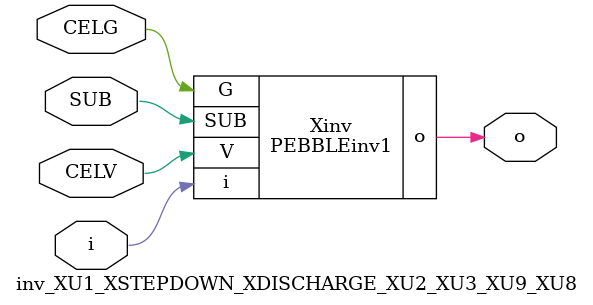
<source format=v>



module PEBBLEinv1 ( o, G, SUB, V, i );

  input V;
  input i;
  input G;
  output o;
  input SUB;
endmodule

//Celera Confidential Do Not Copy inv_XU1_XSTEPDOWN_XDISCHARGE_XU2_XU3_XU9_XU8
//Celera Confidential Symbol Generator
//5V Inverter
module inv_XU1_XSTEPDOWN_XDISCHARGE_XU2_XU3_XU9_XU8 (CELV,CELG,i,o,SUB);
input CELV;
input CELG;
input i;
input SUB;
output o;

//Celera Confidential Do Not Copy inv
PEBBLEinv1 Xinv(
.V (CELV),
.i (i),
.o (o),
.SUB (SUB),
.G (CELG)
);
//,diesize,PEBBLEinv1

//Celera Confidential Do Not Copy Module End
//Celera Schematic Generator
endmodule

</source>
